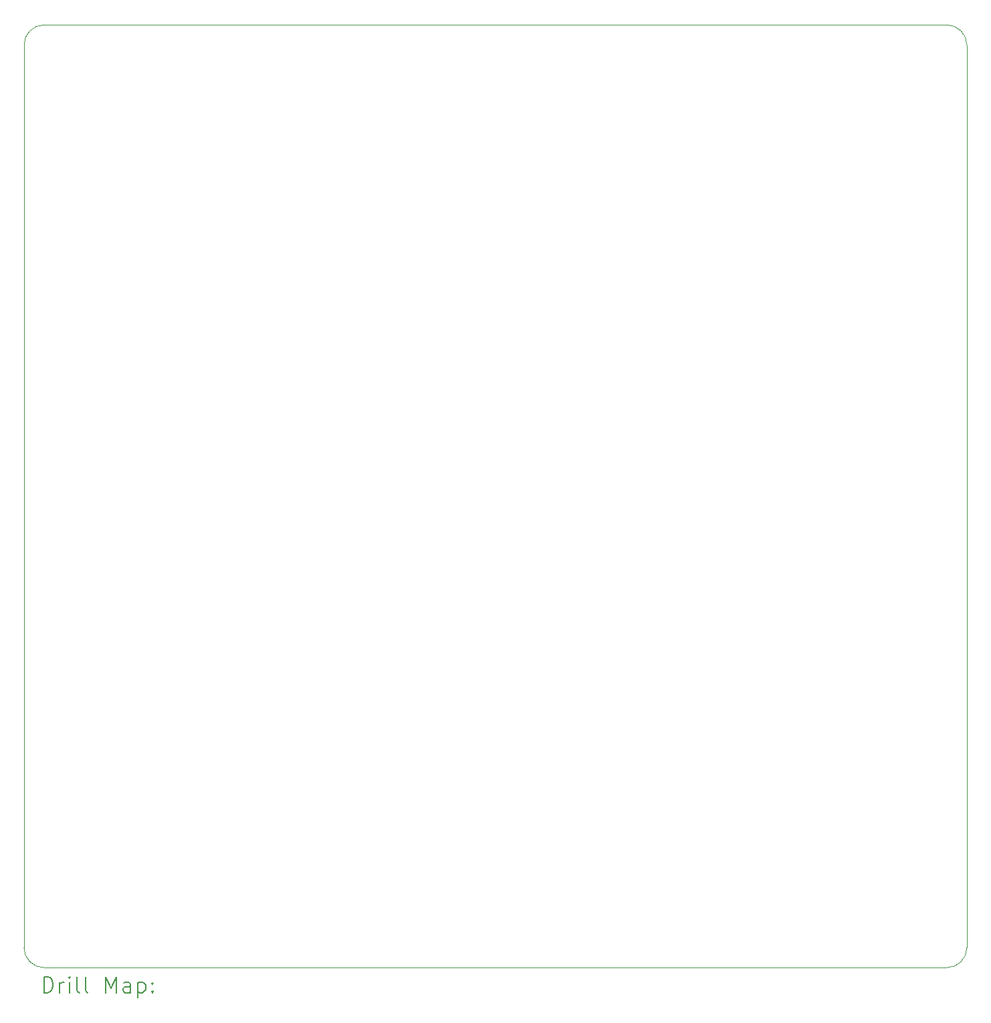
<source format=gbr>
%FSLAX45Y45*%
G04 Gerber Fmt 4.5, Leading zero omitted, Abs format (unit mm)*
G04 Created by KiCad (PCBNEW (6.0.5-0)) date 2022-06-21 10:58:09*
%MOMM*%
%LPD*%
G01*
G04 APERTURE LIST*
%TA.AperFunction,Profile*%
%ADD10C,0.100000*%
%TD*%
%ADD11C,0.200000*%
G04 APERTURE END LIST*
D10*
X-5969000Y-5715000D02*
X-5969000Y5715000D01*
X-5715000Y5969000D02*
X5715000Y5969000D01*
X5715000Y-5969000D02*
X-5715000Y-5969000D01*
X-5715000Y5969000D02*
G75*
G03*
X-5969000Y5715000I0J-254000D01*
G01*
X5715000Y-5969000D02*
G75*
G03*
X5969000Y-5715000I0J254000D01*
G01*
X5969000Y5715000D02*
G75*
G03*
X5715000Y5969000I-254000J0D01*
G01*
X5969000Y5715000D02*
X5969000Y-5715000D01*
X-5969000Y-5715000D02*
G75*
G03*
X-5715000Y-5969000I254000J0D01*
G01*
D11*
X-5716381Y-6284476D02*
X-5716381Y-6084476D01*
X-5668762Y-6084476D01*
X-5640190Y-6094000D01*
X-5621143Y-6113048D01*
X-5611619Y-6132095D01*
X-5602095Y-6170190D01*
X-5602095Y-6198762D01*
X-5611619Y-6236857D01*
X-5621143Y-6255905D01*
X-5640190Y-6274952D01*
X-5668762Y-6284476D01*
X-5716381Y-6284476D01*
X-5516381Y-6284476D02*
X-5516381Y-6151143D01*
X-5516381Y-6189238D02*
X-5506857Y-6170190D01*
X-5497333Y-6160667D01*
X-5478286Y-6151143D01*
X-5459238Y-6151143D01*
X-5392572Y-6284476D02*
X-5392572Y-6151143D01*
X-5392572Y-6084476D02*
X-5402095Y-6094000D01*
X-5392572Y-6103524D01*
X-5383048Y-6094000D01*
X-5392572Y-6084476D01*
X-5392572Y-6103524D01*
X-5268762Y-6284476D02*
X-5287810Y-6274952D01*
X-5297333Y-6255905D01*
X-5297333Y-6084476D01*
X-5164000Y-6284476D02*
X-5183048Y-6274952D01*
X-5192572Y-6255905D01*
X-5192572Y-6084476D01*
X-4935429Y-6284476D02*
X-4935429Y-6084476D01*
X-4868762Y-6227333D01*
X-4802095Y-6084476D01*
X-4802095Y-6284476D01*
X-4621143Y-6284476D02*
X-4621143Y-6179714D01*
X-4630667Y-6160667D01*
X-4649714Y-6151143D01*
X-4687810Y-6151143D01*
X-4706857Y-6160667D01*
X-4621143Y-6274952D02*
X-4640191Y-6284476D01*
X-4687810Y-6284476D01*
X-4706857Y-6274952D01*
X-4716381Y-6255905D01*
X-4716381Y-6236857D01*
X-4706857Y-6217809D01*
X-4687810Y-6208286D01*
X-4640191Y-6208286D01*
X-4621143Y-6198762D01*
X-4525905Y-6151143D02*
X-4525905Y-6351143D01*
X-4525905Y-6160667D02*
X-4506857Y-6151143D01*
X-4468762Y-6151143D01*
X-4449714Y-6160667D01*
X-4440191Y-6170190D01*
X-4430667Y-6189238D01*
X-4430667Y-6246381D01*
X-4440191Y-6265428D01*
X-4449714Y-6274952D01*
X-4468762Y-6284476D01*
X-4506857Y-6284476D01*
X-4525905Y-6274952D01*
X-4344952Y-6265428D02*
X-4335429Y-6274952D01*
X-4344952Y-6284476D01*
X-4354476Y-6274952D01*
X-4344952Y-6265428D01*
X-4344952Y-6284476D01*
X-4344952Y-6160667D02*
X-4335429Y-6170190D01*
X-4344952Y-6179714D01*
X-4354476Y-6170190D01*
X-4344952Y-6160667D01*
X-4344952Y-6179714D01*
M02*

</source>
